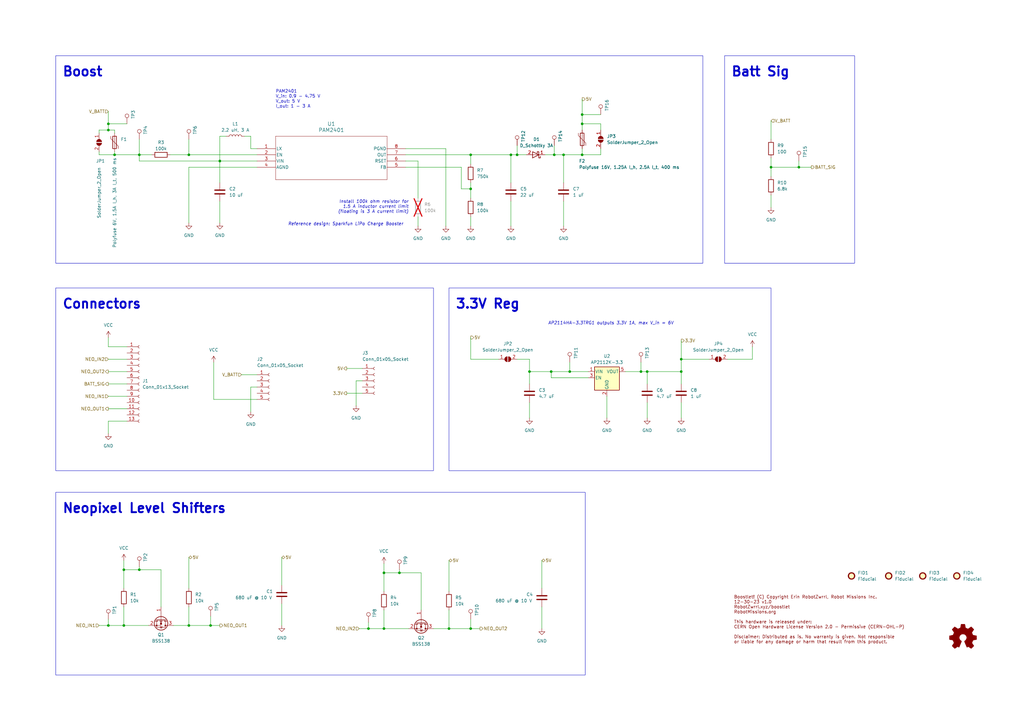
<source format=kicad_sch>
(kicad_sch (version 20230121) (generator eeschema)
  (paper "A3")
  (title_block (title "Boostlet!") (date "12-30-23") (rev "v1.0"))
  (lib_symbols
    (symbol "!EK_Library:PAM2401" (pin_names (offset 0.254))
      (property "Reference" "U" (at 22.86 5.08 0))
      (property "Value" "PAM2401" (at 22.86 2.54 0))
      (symbol "PAM2401_0_1"
        (polyline (pts (xy 0 -17.78) (xy 45.72 -17.78)) (stroke (width 0.127)))
        (polyline (pts (xy 0 0) (xy 0 -17.78)) (stroke (width 0.127)))
        (polyline (pts (xy 45.72 -17.78) (xy 45.72 0)) (stroke (width 0.127)))
        (polyline (pts (xy 45.72 0) (xy 0 0)) (stroke (width 0.127)))
        (pin unspecified line (at -7.62 -5.08 0) (length 7.62) (name "LX") (number "1"))
        (pin unspecified line (at -7.62 -7.62 0) (length 7.62) (name "EN") (number "2"))
        (pin input line (at -7.62 -10.16 0) (length 7.62) (name "VIN") (number "3"))
        (pin power_in line (at -7.62 -12.7 0) (length 7.62) (name "AGND") (number "4"))
        (pin unspecified line (at 53.34 -12.7 180) (length 7.62) (name "FB") (number "5"))
        (pin unspecified line (at 53.34 -10.16 180) (length 7.62) (name "RSET") (number "6"))
        (pin output line (at 53.34 -7.62 180) (length 7.62) (name "OUT") (number "7"))
        (pin power_in line (at 53.34 -5.08 180) (length 7.62) (name "PGND") (number "8"))
      )
    )
    (symbol "Connector:Conn_01x05_Socket" (pin_names (offset 1.016) hide)
      (property "Reference" "J" (at 0 7.62 0))
      (property "Value" "Conn_01x05_Socket" (at 0 -7.62 0))
      (symbol "Conn_01x05_Socket_1_1"
        (arc (start 0 -4.572) (mid -0.5058 -5.08) (end 0 -5.588) (stroke (width 0.1524)))
        (arc (start 0 -2.032) (mid -0.5058 -2.54) (end 0 -3.048) (stroke (width 0.1524)))
        (polyline (pts (xy -1.27 -5.08) (xy -0.508 -5.08)) (stroke (width 0.1524)))
        (polyline (pts (xy -1.27 -2.54) (xy -0.508 -2.54)) (stroke (width 0.1524)))
        (polyline (pts (xy -1.27 0) (xy -0.508 0)) (stroke (width 0.1524)))
        (polyline (pts (xy -1.27 2.54) (xy -0.508 2.54)) (stroke (width 0.1524)))
        (polyline (pts (xy -1.27 5.08) (xy -0.508 5.08)) (stroke (width 0.1524)))
        (arc (start 0 0.508) (mid -0.5058 0) (end 0 -0.508) (stroke (width 0.1524)))
        (arc (start 0 3.048) (mid -0.5058 2.54) (end 0 2.032) (stroke (width 0.1524)))
        (arc (start 0 5.588) (mid -0.5058 5.08) (end 0 4.572) (stroke (width 0.1524)))
        (pin passive line (at -5.08 5.08 0) (length 3.81) (name "Pin_1") (number "1"))
        (pin passive line (at -5.08 2.54 0) (length 3.81) (name "Pin_2") (number "2"))
        (pin passive line (at -5.08 0 0) (length 3.81) (name "Pin_3") (number "3"))
        (pin passive line (at -5.08 -2.54 0) (length 3.81) (name "Pin_4") (number "4"))
        (pin passive line (at -5.08 -5.08 0) (length 3.81) (name "Pin_5") (number "5"))
      )
    )
    (symbol "Connector:Conn_01x13_Socket" (pin_names (offset 1.016) hide)
      (property "Reference" "J" (at 0 17.78 0))
      (property "Value" "Conn_01x13_Socket" (at 0 -17.78 0))
      (symbol "Conn_01x13_Socket_1_1"
        (arc (start 0 -14.732) (mid -0.5058 -15.24) (end 0 -15.748) (stroke (width 0.1524)))
        (arc (start 0 -12.192) (mid -0.5058 -12.7) (end 0 -13.208) (stroke (width 0.1524)))
        (arc (start 0 -9.652) (mid -0.5058 -10.16) (end 0 -10.668) (stroke (width 0.1524)))
        (arc (start 0 -7.112) (mid -0.5058 -7.62) (end 0 -8.128) (stroke (width 0.1524)))
        (arc (start 0 -4.572) (mid -0.5058 -5.08) (end 0 -5.588) (stroke (width 0.1524)))
        (arc (start 0 -2.032) (mid -0.5058 -2.54) (end 0 -3.048) (stroke (width 0.1524)))
        (polyline (pts (xy -1.27 -15.24) (xy -0.508 -15.24)) (stroke (width 0.1524)))
        (polyline (pts (xy -1.27 -12.7) (xy -0.508 -12.7)) (stroke (width 0.1524)))
        (polyline (pts (xy -1.27 -10.16) (xy -0.508 -10.16)) (stroke (width 0.1524)))
        (polyline (pts (xy -1.27 -7.62) (xy -0.508 -7.62)) (stroke (width 0.1524)))
        (polyline (pts (xy -1.27 -5.08) (xy -0.508 -5.08)) (stroke (width 0.1524)))
        (polyline (pts (xy -1.27 -2.54) (xy -0.508 -2.54)) (stroke (width 0.1524)))
        (polyline (pts (xy -1.27 0) (xy -0.508 0)) (stroke (width 0.1524)))
        (polyline (pts (xy -1.27 2.54) (xy -0.508 2.54)) (stroke (width 0.1524)))
        (polyline (pts (xy -1.27 5.08) (xy -0.508 5.08)) (stroke (width 0.1524)))
        (polyline (pts (xy -1.27 7.62) (xy -0.508 7.62)) (stroke (width 0.1524)))
        (polyline (pts (xy -1.27 10.16) (xy -0.508 10.16)) (stroke (width 0.1524)))
        (polyline (pts (xy -1.27 12.7) (xy -0.508 12.7)) (stroke (width 0.1524)))
        (polyline (pts (xy -1.27 15.24) (xy -0.508 15.24)) (stroke (width 0.1524)))
        (arc (start 0 0.508) (mid -0.5058 0) (end 0 -0.508) (stroke (width 0.1524)))
        (arc (start 0 3.048) (mid -0.5058 2.54) (end 0 2.032) (stroke (width 0.1524)))
        (arc (start 0 5.588) (mid -0.5058 5.08) (end 0 4.572) (stroke (width 0.1524)))
        (arc (start 0 8.128) (mid -0.5058 7.62) (end 0 7.112) (stroke (width 0.1524)))
        (arc (start 0 10.668) (mid -0.5058 10.16) (end 0 9.652) (stroke (width 0.1524)))
        (arc (start 0 13.208) (mid -0.5058 12.7) (end 0 12.192) (stroke (width 0.1524)))
        (arc (start 0 15.748) (mid -0.5058 15.24) (end 0 14.732) (stroke (width 0.1524)))
        (pin passive line (at -5.08 15.24 0) (length 3.81) (name "Pin_1") (number "1"))
        (pin passive line (at -5.08 -7.62 0) (length 3.81) (name "Pin_10") (number "10"))
        (pin passive line (at -5.08 -10.16 0) (length 3.81) (name "Pin_11") (number "11"))
        (pin passive line (at -5.08 -12.7 0) (length 3.81) (name "Pin_12") (number "12"))
        (pin passive line (at -5.08 -15.24 0) (length 3.81) (name "Pin_13") (number "13"))
        (pin passive line (at -5.08 12.7 0) (length 3.81) (name "Pin_2") (number "2"))
        (pin passive line (at -5.08 10.16 0) (length 3.81) (name "Pin_3") (number "3"))
        (pin passive line (at -5.08 7.62 0) (length 3.81) (name "Pin_4") (number "4"))
        (pin passive line (at -5.08 5.08 0) (length 3.81) (name "Pin_5") (number "5"))
        (pin passive line (at -5.08 2.54 0) (length 3.81) (name "Pin_6") (number "6"))
        (pin passive line (at -5.08 0 0) (length 3.81) (name "Pin_7") (number "7"))
        (pin passive line (at -5.08 -2.54 0) (length 3.81) (name "Pin_8") (number "8"))
        (pin passive line (at -5.08 -5.08 0) (length 3.81) (name "Pin_9") (number "9"))
      )
    )
    (symbol "Connector:TestPoint" (pin_numbers hide) (pin_names (offset 0.762) hide)
      (property "Reference" "TP" (at 0 6.858 0))
      (property "Value" "TestPoint" (at 0 5.08 0))
      (symbol "TestPoint_0_1"
        (circle (center 0 3.302) (radius 0.762))
      )
      (symbol "TestPoint_1_1"
        (pin passive line (at 0 0 90) (length 2.54) (name "1") (number "1"))
      )
    )
    (symbol "Device:C" (pin_numbers hide) (pin_names (offset 0.254))
      (property "Reference" "C" (at 0.635 2.54 0))
      (property "Value" "C" (at 0.635 -2.54 0))
      (symbol "C_0_1"
        (polyline (pts (xy -2.032 -0.762) (xy 2.032 -0.762)) (stroke (width 0.508)))
        (polyline (pts (xy -2.032 0.762) (xy 2.032 0.762)) (stroke (width 0.508)))
      )
      (symbol "C_1_1"
        (pin passive line (at 0 3.81 270) (length 2.794) (name "~") (number "1"))
        (pin passive line (at 0 -3.81 90) (length 2.794) (name "~") (number "2"))
      )
    )
    (symbol "Device:D_Schottky" (pin_names (offset 1.016) hide)
      (property "Reference" "D" (at 0 2.54 0))
      (property "Value" "D_Schottky" (at 0 -2.54 0))
      (symbol "D_Schottky_0_1"
        (polyline (pts (xy 1.27 0) (xy -1.27 0)))
        (polyline (pts (xy 1.27 1.27) (xy 1.27 -1.27) (xy -1.27 0) (xy 1.27 1.27)) (stroke (width 0.254)))
        (polyline (pts (xy -1.905 0.635) (xy -1.905 1.27) (xy -1.27 1.27) (xy -1.27 -1.27) (xy -0.635 -1.27) (xy -0.635 -0.635)) (stroke (width 0.254)))
      )
      (symbol "D_Schottky_1_1"
        (pin passive line (at -3.81 0 0) (length 2.54) (name "K") (number "1"))
        (pin passive line (at 3.81 0 180) (length 2.54) (name "A") (number "2"))
      )
    )
    (symbol "Device:L" (pin_numbers hide) (pin_names (offset 1.016) hide)
      (property "Reference" "L" (at -1.27 0 90))
      (property "Value" "L" (at 1.905 0 90))
      (symbol "L_0_1"
        (arc (start 0 -2.54) (mid 0.6323 -1.905) (end 0 -1.27))
        (arc (start 0 -1.27) (mid 0.6323 -0.635) (end 0 0))
        (arc (start 0 0) (mid 0.6323 0.635) (end 0 1.27))
        (arc (start 0 1.27) (mid 0.6323 1.905) (end 0 2.54))
      )
      (symbol "L_1_1"
        (pin passive line (at 0 3.81 270) (length 1.27) (name "1") (number "1"))
        (pin passive line (at 0 -3.81 90) (length 1.27) (name "2") (number "2"))
      )
    )
    (symbol "Device:Polyfuse" (pin_numbers hide) (pin_names (offset 0))
      (property "Reference" "F" (at -2.54 0 90))
      (property "Value" "Polyfuse" (at 2.54 0 90))
      (symbol "Polyfuse_0_1"
        (rectangle (start -0.762 2.54) (end 0.762 -2.54) (stroke (width 0.254)))
        (polyline (pts (xy 0 2.54) (xy 0 -2.54)))
        (polyline (pts (xy -1.524 2.54) (xy -1.524 1.524) (xy 1.524 -1.524) (xy 1.524 -2.54)))
      )
      (symbol "Polyfuse_1_1"
        (pin passive line (at 0 3.81 270) (length 1.27) (name "~") (number "1"))
        (pin passive line (at 0 -3.81 90) (length 1.27) (name "~") (number "2"))
      )
    )
    (symbol "Device:R" (pin_numbers hide) (pin_names (offset 0))
      (property "Reference" "R" (at 2.032 0 90))
      (property "Value" "R" (at 0 0 90))
      (symbol "R_0_1"
        (rectangle (start -1.016 -2.54) (end 1.016 2.54) (stroke (width 0.254)))
      )
      (symbol "R_1_1"
        (pin passive line (at 0 3.81 270) (length 1.27) (name "~") (number "1"))
        (pin passive line (at 0 -3.81 90) (length 1.27) (name "~") (number "2"))
      )
    )
    (symbol "Graphic:Logo_Open_Hardware_Small" (in_bom no) (on_board no)
      (symbol "Logo_Open_Hardware_Small_0_1"
        (polyline (pts (xy 3.3528 -4.3434) (xy 3.302 -4.318) (xy 3.175 -4.2418) (xy 2.9972 -4.1148) (xy 2.7686 -3.9624) (xy 2.54 -3.81) (xy 2.3622 -3.7084) (xy 2.2352 -3.6068) (xy 2.1844 -3.5814) (xy 2.159 -3.6068) (xy 2.0574 -3.6576) (xy 1.905 -3.7338) (xy 1.8034 -3.7846) (xy 1.6764 -3.8354) (xy 1.6002 -3.8354) (xy 1.6002 -3.8354) (xy 1.5494 -3.7338) (xy 1.4732 -3.5306) (xy 1.3462 -3.302) (xy 1.2446 -3.0226) (xy 1.1176 -2.7178) (xy 0.9652 -2.413) (xy 0.8636 -2.1082) (xy 0.7366 -1.8288) (xy 0.6604 -1.6256) (xy 0.6096 -1.4732) (xy 0.5842 -1.397) (xy 0.5842 -1.397) (xy 0.6604 -1.3208) (xy 0.7874 -1.2446) (xy 1.0414 -1.016) (xy 1.2954 -0.6858) (xy 1.4478 -0.3302) (xy 1.524 0.0762) (xy 1.4732 0.4572) (xy 1.3208 0.8128) (xy 1.0668 1.143) (xy 0.762 1.3716) (xy 0.4064 1.524) (xy 0 1.5748) (xy -0.381 1.5494) (xy -0.7366 1.397) (xy -1.0668 1.143) (xy -1.2192 0.9906) (xy -1.397 0.6604) (xy -1.524 0.3048) (xy -1.524 0.2286) (xy -1.4986 -0.1778) (xy -1.397 -0.5334) (xy -1.1938 -0.8636) (xy -0.9144 -1.143) (xy -0.8636 -1.1684) (xy -0.7366 -1.27) (xy -0.635 -1.3462) (xy -0.5842 -1.397) (xy -1.0668 -2.5908) (xy -1.143 -2.794) (xy -1.2954 -3.1242) (xy -1.397 -3.4036) (xy -1.4986 -3.6322) (xy -1.5748 -3.7846) (xy -1.6002 -3.8354) (xy -1.6002 -3.8354) (xy -1.651 -3.8354) (xy -1.7272 -3.81) (xy -1.905 -3.7338) (xy -2.0066 -3.683) (xy -2.1336 -3.6068) (xy -2.2098 -3.5814) (xy -2.2606 -3.6068) (xy -2.3622 -3.683) (xy -2.54 -3.81) (xy -2.7686 -3.9624) (xy -2.9718 -4.0894) (xy -3.1496 -4.2164) (xy -3.302 -4.318) (xy -3.3528 -4.3434) (xy -3.3782 -4.3434) (xy -3.429 -4.318) (xy -3.5306 -4.2164) (xy -3.7084 -4.064) (xy -3.937 -3.8354) (xy -3.9624 -3.81) (xy -4.1656 -3.6068) (xy -4.318 -3.4544) (xy -4.4196 -3.3274) (xy -4.445 -3.2766) (xy -4.445 -3.2766) (xy -4.4196 -3.2258) (xy -4.318 -3.0734) (xy -4.2164 -2.8956) (xy -4.064 -2.667) (xy -3.6576 -2.0828) (xy -3.8862 -1.5494) (xy -3.937 -1.3716) (xy -4.0386 -1.1684) (xy -4.0894 -1.0414) (xy -4.1148 -0.9652) (xy -4.191 -0.9398) (xy -4.318 -0.9144) (xy -4.5466 -0.8636) (xy -4.8006 -0.8128) (xy -5.0546 -0.7874) (xy -5.2578 -0.7366) (xy -5.4356 -0.7112) (xy -5.5118 -0.6858) (xy -5.5118 -0.6858) (xy -5.5372 -0.635) (xy -5.5372 -0.5588) (xy -5.5372 -0.4318) (xy -5.5626 -0.2286) (xy -5.5626 0.0762) (xy -5.5626 0.127) (xy -5.5372 0.4064) (xy -5.5372 0.635) (xy -5.5372 0.762) (xy -5.5372 0.8382) (xy -5.5372 0.8382) (xy -5.461 0.8382) (xy -5.3086 0.889) (xy -5.08 0.9144) (xy -4.826 0.9652) (xy -4.8006 0.9906) (xy -4.5466 1.0414) (xy -4.318 1.0668) (xy -4.1656 1.1176) (xy -4.0894 1.143) (xy -4.0894 1.143) (xy -4.0386 1.2446) (xy -3.9624 1.4224) (xy -3.8608 1.6256) (xy -3.7846 1.8288) (xy -3.7084 2.0066) (xy -3.6576 2.159) (xy -3.6322 2.2098) (xy -3.6322 2.2098) (xy -3.683 2.286) (xy -3.7592 2.413) (xy -3.8862 2.5908) (xy -4.064 2.8194) (xy -4.064 2.8448) (xy -4.2164 3.0734) (xy -4.3434 3.2512) (xy -4.4196 3.3782) (xy -4.445 3.4544) (xy -4.445 3.4544) (xy -4.3942 3.5052) (xy -4.2926 3.6322) (xy -4.1148 3.81) (xy -3.937 4.0132) (xy -3.8608 4.064) (xy -3.6576 4.2926) (xy -3.5052 4.4196) (xy -3.4036 4.4958) (xy -3.3528 4.5212) (xy -3.3528 4.5212) (xy -3.302 4.4704) (xy -3.1496 4.3688) (xy -2.9718 4.2418) (xy -2.7432 4.0894) (xy -2.7178 4.0894) (xy -2.4892 3.937) (xy -2.3114 3.81) (xy -2.1844 3.7084) (xy -2.1336 3.683) (xy -2.1082 3.683) (xy -2.032 3.7084) (xy -1.8542 3.7592) (xy -1.6764 3.8354) (xy -1.4732 3.937) (xy -1.27 4.0132) (xy -1.143 4.064) (xy -1.0668 4.1148) (xy -1.0668 4.1148) (xy -1.0414 4.191) (xy -1.016 4.3434) (xy -0.9652 4.572) (xy -0.9144 4.8514) (xy -0.889 4.9022) (xy -0.8382 5.1562) (xy -0.8128 5.3848) (xy -0.7874 5.5372) (xy -0.762 5.588) (xy -0.7112 5.6134) (xy -0.5842 5.6134) (xy -0.4064 5.6134) (xy -0.1524 5.6134) (xy 0.0762 5.6134) (xy 0.3302 5.6134) (xy 0.5334 5.6134) (xy 0.6858 5.588) (xy 0.7366 5.588) (xy 0.7366 5.588) (xy 0.762 5.5118) (xy 0.8128 5.334) (xy 0.8382 5.1054) (xy 0.9144 4.826) (xy 0.9144 4.7752) (xy 0.9652 4.5212) (xy 1.016 4.2926) (xy 1.0414 4.1402) (xy 1.0668 4.0894) (xy 1.0668 4.0894) (xy 1.1938 4.0386) (xy 1.3716 3.9624) (xy 1.5748 3.8608) (xy 2.0828 3.6576) (xy 2.7178 4.0894) (xy 2.7686 4.1402) (xy 2.9972 4.2926) (xy 3.175 4.4196) (xy 3.302 4.4958) (xy 3.3782 4.5212) (xy 3.3782 4.5212) (xy 3.429 4.4704) (xy 3.556 4.3434) (xy 3.7338 4.191) (xy 3.9116 3.9878) (xy 4.064 3.8354) (xy 4.2418 3.6576) (xy 4.3434 3.556) (xy 4.4196 3.4798) (xy 4.4196 3.429) (xy 4.4196 3.4036) (xy 4.3942 3.3274) (xy 4.2926 3.2004) (xy 4.1656 2.9972) (xy 4.0132 2.794) (xy 3.8862 2.5908) (xy 3.7592 2.3876) (xy 3.6576 2.2352) (xy 3.6322 2.159) (xy 3.6322 2.1336) (xy 3.683 2.0066) (xy 3.7592 1.8288) (xy 3.8608 1.6002) (xy 4.064 1.1176) (xy 4.3942 1.0414) (xy 4.5974 1.016) (xy 4.8768 0.9652) (xy 5.1308 0.9144) (xy 5.5372 0.8382) (xy 5.5626 -0.6604) (xy 5.4864 -0.6858) (xy 5.4356 -0.6858) (xy 5.2832 -0.7366) (xy 5.0546 -0.762) (xy 4.8006 -0.8128) (xy 4.5974 -0.8636) (xy 4.3688 -0.9144) (xy 4.2164 -0.9398) (xy 4.1402 -0.9398) (xy 4.1148 -0.9652) (xy 4.064 -1.0668) (xy 3.9878 -1.2446) (xy 3.9116 -1.4478) (xy 3.81 -1.651) (xy 3.7338 -1.8542) (xy 3.683 -2.0066) (xy 3.6576 -2.0828) (xy 3.683 -2.1336) (xy 3.7846 -2.2606) (xy 3.8862 -2.4638) (xy 4.0386 -2.667) (xy 4.191 -2.8956) (xy 4.318 -3.0734) (xy 4.3942 -3.2004) (xy 4.445 -3.2766) (xy 4.4196 -3.3274) (xy 4.3434 -3.429) (xy 4.1656 -3.5814) (xy 3.937 -3.8354) (xy 3.8862 -3.8608) (xy 3.683 -4.064) (xy 3.5306 -4.2164) (xy 3.4036 -4.318) (xy 3.3528 -4.3434)) (fill (type outline)))
      )
    )
    (symbol "Jumper:SolderJumper_2_Open" (pin_names (offset 0) hide)
      (property "Reference" "JP" (at 0 2.032 0))
      (property "Value" "SolderJumper_2_Open" (at 0 -2.54 0))
      (symbol "SolderJumper_2_Open_0_1"
        (arc (start -0.254 1.016) (mid -1.2656 0) (end -0.254 -1.016))
        (arc (start -0.254 1.016) (mid -1.2656 0) (end -0.254 -1.016) (fill (type outline)))
        (polyline (pts (xy -0.254 1.016) (xy -0.254 -1.016)))
        (polyline (pts (xy 0.254 1.016) (xy 0.254 -1.016)))
        (arc (start 0.254 -1.016) (mid 1.2656 0) (end 0.254 1.016))
        (arc (start 0.254 -1.016) (mid 1.2656 0) (end 0.254 1.016) (fill (type outline)))
      )
      (symbol "SolderJumper_2_Open_1_1"
        (pin passive line (at -3.81 0 0) (length 2.54) (name "A") (number "1"))
        (pin passive line (at 3.81 0 180) (length 2.54) (name "B") (number "2"))
      )
    )
    (symbol "Mechanical:Fiducial"
      (property "Reference" "FID" (at 0 5.08 0))
      (property "Value" "Fiducial" (at 0 3.175 0))
      (symbol "Fiducial_0_1"
        (circle (center 0 0) (radius 1.27) (stroke (width 0.508)) (fill (type background)))
      )
    )
    (symbol "Regulator_Linear:AP2112K-3.3" (pin_names (offset 0.254))
      (property "Reference" "U" (at -5.08 5.715 0))
      (property "Value" "AP2112K-3.3" (at 0 5.715 0))
      (symbol "AP2112K-3.3_0_1"
        (rectangle (start -5.08 4.445) (end 5.08 -5.08) (stroke (width 0.254)) (fill (type background)))
      )
      (symbol "AP2112K-3.3_1_1"
        (pin power_in line (at -7.62 2.54 0) (length 2.54) (name "VIN") (number "1"))
        (pin power_in line (at 0 -7.62 90) (length 2.54) (name "GND") (number "2"))
        (pin input line (at -7.62 0 0) (length 2.54) (name "EN") (number "3"))
        (pin no_connect line (at 5.08 0 180) (length 2.54) hide (name "NC") (number "4"))
        (pin power_out line (at 7.62 2.54 180) (length 2.54) (name "VOUT") (number "5"))
      )
    )
    (symbol "Transistor_FET:BSS138" (pin_names hide)
      (property "Reference" "Q" (at 5.08 1.905 0))
      (property "Value" "BSS138" (at 5.08 0 0))
      (symbol "BSS138_0_1"
        (polyline (pts (xy 0.254 0) (xy -2.54 0)))
        (polyline (pts (xy 0.254 1.905) (xy 0.254 -1.905)) (stroke (width 0.254)))
        (polyline (pts (xy 0.762 -1.27) (xy 0.762 -2.286)) (stroke (width 0.254)))
        (polyline (pts (xy 0.762 0.508) (xy 0.762 -0.508)) (stroke (width 0.254)))
        (polyline (pts (xy 0.762 2.286) (xy 0.762 1.27)) (stroke (width 0.254)))
        (polyline (pts (xy 2.54 2.54) (xy 2.54 1.778)))
        (polyline (pts (xy 2.54 -2.54) (xy 2.54 0) (xy 0.762 0)))
        (polyline (pts (xy 0.762 -1.778) (xy 3.302 -1.778) (xy 3.302 1.778) (xy 0.762 1.778)))
        (polyline (pts (xy 1.016 0) (xy 2.032 0.381) (xy 2.032 -0.381) (xy 1.016 0)) (fill (type outline)))
        (polyline (pts (xy 2.794 0.508) (xy 2.921 0.381) (xy 3.683 0.381) (xy 3.81 0.254)))
        (polyline (pts (xy 3.302 0.381) (xy 2.921 -0.254) (xy 3.683 -0.254) (xy 3.302 0.381)))
        (circle (center 1.651 0) (radius 2.794) (stroke (width 0.254)))
        (circle (center 2.54 -1.778) (radius 0.254) (fill (type outline)))
        (circle (center 2.54 1.778) (radius 0.254) (fill (type outline)))
      )
      (symbol "BSS138_1_1"
        (pin input line (at -5.08 0 0) (length 2.54) (name "G") (number "1"))
        (pin passive line (at 2.54 -5.08 90) (length 2.54) (name "S") (number "2"))
        (pin passive line (at 2.54 5.08 270) (length 2.54) (name "D") (number "3"))
      )
    )
    (symbol "power:GND" (power) (pin_names (offset 0))
      (property "Value" "GND" (at 0 -3.81 0))
      (symbol "GND_0_1"
        (polyline (pts (xy 0 0) (xy 0 -1.27) (xy 1.27 -1.27) (xy 0 -2.54) (xy -1.27 -1.27) (xy 0 -1.27)))
      )
      (symbol "GND_1_1"
        (pin power_in line (at 0 0 270) (length 0) hide (name "GND") (number "1"))
      )
    )
    (symbol "power:VCC" (power) (pin_names (offset 0))
      (property "Value" "VCC" (at 0 3.81 0))
      (symbol "VCC_0_1"
        (polyline (pts (xy -0.762 1.27) (xy 0 2.54)))
        (polyline (pts (xy 0 0) (xy 0 2.54)))
        (polyline (pts (xy 0 2.54) (xy 0.762 1.27)))
      )
      (symbol "VCC_1_1"
        (pin power_in line (at 0 0 90) (length 0) hide (name "VCC") (number "1"))
      )
    )
  )
  (junction (at 77.47 256.54))
  (junction (at 50.8 256.54))
  (junction (at 193.04 77.47))
  (junction (at 233.68 152.4))
  (junction (at 90.17 66.04))
  (junction (at 57.15 63.5))
  (junction (at 279.4 152.4))
  (junction (at 193.04 63.5))
  (junction (at 184.15 257.81))
  (junction (at 227.33 63.5))
  (junction (at 238.76 46.99))
  (junction (at 157.48 234.95))
  (junction (at 327.66 68.58))
  (junction (at 50.8 233.68))
  (junction (at 77.47 63.5))
  (junction (at 262.89 152.4))
  (junction (at 151.13 257.81))
  (junction (at 231.14 63.5))
  (junction (at 46.99 63.5))
  (junction (at 238.76 63.5))
  (junction (at 209.55 63.5))
  (junction (at 44.45 53.34))
  (junction (at 57.15 233.68))
  (junction (at 226.06 152.4))
  (junction (at 238.76 50.8))
  (junction (at 212.09 63.5))
  (junction (at 44.45 50.8))
  (junction (at 157.48 257.81))
  (junction (at 217.17 152.4))
  (junction (at 163.83 234.95))
  (junction (at 44.45 256.54))
  (junction (at 279.4 147.32))
  (junction (at 316.23 68.58))
  (junction (at 86.36 256.54))
  (junction (at 265.43 152.4))
  (junction (at 193.04 257.81))
  (wire (pts (xy 40.64 256.54) (xy 44.45 256.54)))
  (wire (pts (xy 262.89 148.59) (xy 262.89 152.4)))
  (wire (pts (xy 77.47 57.15) (xy 77.47 63.5)))
  (wire (pts (xy 217.17 147.32) (xy 217.17 152.4)))
  (wire (pts (xy 50.8 233.68) (xy 50.8 241.3)))
  (wire (pts (xy 248.92 162.56) (xy 248.92 171.45)))
  (wire (pts (xy 157.48 234.95) (xy 163.83 234.95)))
  (wire (pts (xy 166.37 60.96) (xy 182.88 60.96)))
  (wire (pts (xy 231.14 82.55) (xy 231.14 92.71)))
  (wire (pts (xy 66.04 233.68) (xy 66.04 248.92)))
  (wire (pts (xy 57.15 57.15) (xy 57.15 63.5)))
  (wire (pts (xy 265.43 152.4) (xy 265.43 157.48)))
  (wire (pts (xy 87.63 163.83) (xy 105.41 163.83)))
  (wire (pts (xy 231.14 63.5) (xy 238.76 63.5)))
  (wire (pts (xy 71.12 256.54) (xy 77.47 256.54)))
  (wire (pts (xy 102.87 158.75) (xy 105.41 158.75)))
  (wire (pts (xy 44.45 172.72) (xy 52.07 172.72)))
  (wire (pts (xy 227.33 59.69) (xy 227.33 63.5)))
  (wire (pts (xy 238.76 40.64) (xy 238.76 46.99)))
  (wire (pts (xy 262.89 152.4) (xy 265.43 152.4)))
  (wire (pts (xy 44.45 162.56) (xy 52.07 162.56)))
  (wire (pts (xy 163.83 233.68) (xy 163.83 234.95)))
  (wire (pts (xy 193.04 74.93) (xy 193.04 77.47)))
  (wire (pts (xy 77.47 228.6) (xy 77.47 241.3)))
  (wire (pts (xy 163.83 234.95) (xy 172.72 234.95)))
  (wire (pts (xy 222.25 248.92) (xy 222.25 257.81)))
  (wire (pts (xy 166.37 63.5) (xy 193.04 63.5)))
  (wire (pts (xy 146.05 156.21) (xy 146.05 166.37)))
  (wire (pts (xy 316.23 64.77) (xy 316.23 68.58)))
  (wire (pts (xy 246.38 63.5) (xy 238.76 63.5)))
  (wire (pts (xy 50.8 229.87) (xy 50.8 233.68)))
  (wire (pts (xy 238.76 46.99) (xy 246.38 46.99)))
  (wire (pts (xy 233.68 148.59) (xy 233.68 152.4)))
  (wire (pts (xy 77.47 68.58) (xy 77.47 91.44)))
  (wire (pts (xy 157.48 234.95) (xy 157.48 242.57)))
  (wire (pts (xy 142.24 151.13) (xy 148.59 151.13)))
  (wire (pts (xy 316.23 68.58) (xy 316.23 72.39)))
  (wire (pts (xy 151.13 257.81) (xy 157.48 257.81)))
  (wire (pts (xy 238.76 46.99) (xy 238.76 50.8)))
  (wire (pts (xy 46.99 62.23) (xy 46.99 63.5)))
  (wire (pts (xy 44.45 157.48) (xy 52.07 157.48)))
  (wire (pts (xy 40.64 62.23) (xy 40.64 63.5)))
  (wire (pts (xy 217.17 165.1) (xy 217.17 171.45)))
  (wire (pts (xy 265.43 165.1) (xy 265.43 171.45)))
  (wire (pts (xy 115.57 228.6) (xy 115.57 240.03)))
  (wire (pts (xy 193.04 77.47) (xy 193.04 81.28)))
  (wire (pts (xy 226.06 154.94) (xy 226.06 152.4)))
  (wire (pts (xy 279.4 147.32) (xy 290.83 147.32)))
  (wire (pts (xy 316.23 80.01) (xy 316.23 85.09)))
  (wire (pts (xy 238.76 50.8) (xy 246.38 50.8)))
  (wire (pts (xy 147.32 257.81) (xy 151.13 257.81)))
  (wire (pts (xy 57.15 66.04) (xy 57.15 63.5)))
  (wire (pts (xy 316.23 68.58) (xy 327.66 68.58)))
  (wire (pts (xy 327.66 66.04) (xy 327.66 68.58)))
  (wire (pts (xy 44.45 152.4) (xy 52.07 152.4)))
  (wire (pts (xy 238.76 63.5) (xy 238.76 60.96)))
  (wire (pts (xy 44.45 50.8) (xy 52.07 50.8)))
  (wire (pts (xy 241.3 152.4) (xy 233.68 152.4)))
  (wire (pts (xy 209.55 82.55) (xy 209.55 92.71)))
  (wire (pts (xy 44.45 256.54) (xy 50.8 256.54)))
  (wire (pts (xy 77.47 63.5) (xy 105.41 63.5)))
  (wire (pts (xy 57.15 66.04) (xy 90.17 66.04)))
  (wire (pts (xy 57.15 63.5) (xy 62.23 63.5)))
  (wire (pts (xy 44.45 167.64) (xy 52.07 167.64)))
  (wire (pts (xy 102.87 60.96) (xy 102.87 55.88)))
  (wire (pts (xy 157.48 231.14) (xy 157.48 234.95)))
  (wire (pts (xy 279.4 152.4) (xy 279.4 157.48)))
  (wire (pts (xy 46.99 53.34) (xy 44.45 53.34)))
  (wire (pts (xy 212.09 59.69) (xy 212.09 63.5)))
  (wire (pts (xy 193.04 63.5) (xy 209.55 63.5)))
  (wire (pts (xy 209.55 63.5) (xy 209.55 74.93)))
  (wire (pts (xy 50.8 256.54) (xy 60.96 256.54)))
  (wire (pts (xy 69.85 63.5) (xy 77.47 63.5)))
  (wire (pts (xy 115.57 247.65) (xy 115.57 256.54)))
  (wire (pts (xy 50.8 248.92) (xy 50.8 256.54)))
  (wire (pts (xy 44.45 172.72) (xy 44.45 177.8)))
  (wire (pts (xy 86.36 252.73) (xy 86.36 256.54)))
  (wire (pts (xy 217.17 152.4) (xy 217.17 157.48)))
  (wire (pts (xy 44.45 45.72) (xy 44.45 50.8)))
  (wire (pts (xy 77.47 68.58) (xy 105.41 68.58)))
  (wire (pts (xy 184.15 257.81) (xy 184.15 250.19)))
  (wire (pts (xy 157.48 257.81) (xy 167.64 257.81)))
  (wire (pts (xy 316.23 49.53) (xy 316.23 57.15)))
  (wire (pts (xy 212.09 147.32) (xy 217.17 147.32)))
  (wire (pts (xy 102.87 158.75) (xy 102.87 168.91)))
  (wire (pts (xy 227.33 63.5) (xy 231.14 63.5)))
  (wire (pts (xy 166.37 66.04) (xy 171.45 66.04)))
  (wire (pts (xy 166.37 68.58) (xy 189.23 68.58)))
  (wire (pts (xy 193.04 77.47) (xy 189.23 77.47)))
  (wire (pts (xy 184.15 257.81) (xy 193.04 257.81)))
  (wire (pts (xy 223.52 63.5) (xy 227.33 63.5)))
  (wire (pts (xy 222.25 229.87) (xy 222.25 241.3)))
  (wire (pts (xy 57.15 232.41) (xy 57.15 233.68)))
  (wire (pts (xy 50.8 233.68) (xy 57.15 233.68)))
  (wire (pts (xy 308.61 142.24) (xy 308.61 147.32)))
  (wire (pts (xy 77.47 256.54) (xy 77.47 248.92)))
  (wire (pts (xy 87.63 163.83) (xy 87.63 148.59)))
  (wire (pts (xy 193.04 257.81) (xy 196.85 257.81)))
  (wire (pts (xy 193.04 147.32) (xy 193.04 138.43)))
  (wire (pts (xy 100.33 55.88) (xy 102.87 55.88)))
  (wire (pts (xy 189.23 77.47) (xy 189.23 68.58)))
  (wire (pts (xy 90.17 66.04) (xy 90.17 74.93)))
  (wire (pts (xy 157.48 250.19) (xy 157.48 257.81)))
  (wire (pts (xy 193.04 88.9) (xy 193.04 92.71)))
  (wire (pts (xy 99.06 153.67) (xy 105.41 153.67)))
  (wire (pts (xy 231.14 74.93) (xy 231.14 63.5)))
  (wire (pts (xy 90.17 55.88) (xy 90.17 66.04)))
  (wire (pts (xy 177.8 257.81) (xy 184.15 257.81)))
  (wire (pts (xy 279.4 147.32) (xy 279.4 152.4)))
  (wire (pts (xy 182.88 60.96) (xy 182.88 92.71)))
  (wire (pts (xy 44.45 142.24) (xy 44.45 138.43)))
  (wire (pts (xy 90.17 82.55) (xy 90.17 91.44)))
  (wire (pts (xy 327.66 68.58) (xy 332.74 68.58)))
  (wire (pts (xy 77.47 256.54) (xy 86.36 256.54)))
  (wire (pts (xy 40.64 53.34) (xy 44.45 53.34)))
  (wire (pts (xy 90.17 66.04) (xy 105.41 66.04)))
  (wire (pts (xy 184.15 229.87) (xy 184.15 242.57)))
  (wire (pts (xy 142.24 161.29) (xy 148.59 161.29)))
  (wire (pts (xy 226.06 152.4) (xy 233.68 152.4)))
  (wire (pts (xy 46.99 54.61) (xy 46.99 53.34)))
  (wire (pts (xy 256.54 152.4) (xy 262.89 152.4)))
  (wire (pts (xy 146.05 156.21) (xy 148.59 156.21)))
  (wire (pts (xy 57.15 233.68) (xy 66.04 233.68)))
  (wire (pts (xy 171.45 88.9) (xy 171.45 92.71)))
  (wire (pts (xy 172.72 234.95) (xy 172.72 250.19)))
  (wire (pts (xy 44.45 254) (xy 44.45 256.54)))
  (wire (pts (xy 151.13 255.27) (xy 151.13 257.81)))
  (wire (pts (xy 44.45 147.32) (xy 52.07 147.32)))
  (wire (pts (xy 217.17 152.4) (xy 226.06 152.4)))
  (wire (pts (xy 204.47 147.32) (xy 193.04 147.32)))
  (wire (pts (xy 44.45 50.8) (xy 44.45 53.34)))
  (wire (pts (xy 209.55 63.5) (xy 212.09 63.5)))
  (wire (pts (xy 52.07 142.24) (xy 44.45 142.24)))
  (wire (pts (xy 238.76 50.8) (xy 238.76 53.34)))
  (wire (pts (xy 246.38 50.8) (xy 246.38 53.34)))
  (wire (pts (xy 265.43 152.4) (xy 279.4 152.4)))
  (wire (pts (xy 46.99 63.5) (xy 57.15 63.5)))
  (wire (pts (xy 193.04 63.5) (xy 193.04 67.31)))
  (wire (pts (xy 246.38 60.96) (xy 246.38 63.5)))
  (wire (pts (xy 298.45 147.32) (xy 308.61 147.32)))
  (wire (pts (xy 241.3 154.94) (xy 226.06 154.94)))
  (wire (pts (xy 212.09 63.5) (xy 215.9 63.5)))
  (wire (pts (xy 105.41 60.96) (xy 102.87 60.96)))
  (wire (pts (xy 279.4 139.7) (xy 279.4 147.32)))
  (wire (pts (xy 40.64 63.5) (xy 46.99 63.5)))
  (wire (pts (xy 92.71 55.88) (xy 90.17 55.88)))
  (wire (pts (xy 171.45 66.04) (xy 171.45 81.28)))
  (wire (pts (xy 40.64 53.34) (xy 40.64 54.61)))
  (wire (pts (xy 279.4 165.1) (xy 279.4 171.45)))
  (wire (pts (xy 193.04 254) (xy 193.04 257.81)))
  (wire (pts (xy 86.36 256.54) (xy 90.17 256.54)))
  (rectangle (start 22.86 22.86) (end 288.29 107.95))
  (rectangle (start 22.86 201.93) (end 240.03 276.86))
  (rectangle (start 22.86 118.11) (end 177.8 193.04))
  (rectangle (start 184.15 118.11) (end 316.23 193.04))
  (rectangle (start 297.18 22.86) (end 350.52 107.95))
  (text "3.3V Reg" (at 186.69 127 0) (effects (font (size 3.81 3.81) (thickness 0.762) bold) (justify left bottom)))
  (text "Reference design: Sparkfun LiPo Charge Booster" (at 118.11 92.71 0) (effects (font (size 1.27 1.27) italic) (justify left bottom)))
  (text "Boostlet! (C) Copyright Erin RobotZwrrl, Robot Missions Inc.\n12-30-23 v1.0\nRobotZwrrl.xyz/boostlet\nRobotMissions.org\n\nThis hardware is released under:\nCERN Open Hardware License Version 2.0 - Permissive (CERN-OHL-P)\n\nDisclaimer: Distributed as is. No warranty is given. Not responsible \nor liable for any damage or harm that result from this product." (at 300.99 264.16 0) (effects (font (size 1.27 1.27)) (justify left bottom)))
  (text "AP2114HA-3.3TRG1 outputs 3.3V 1A, max V_in = 6V" (at 224.79 133.35 0) (effects (font (size 1.27 1.27) italic) (justify left bottom)))
  (text "Boost" (at 25.4 31.75 0) (effects (font (size 3.81 3.81) (thickness 0.762) bold) (justify left bottom)))
  (text "Neopixel Level Shifters" (at 25.4 210.82 0) (effects (font (size 3.81 3.81) (thickness 0.762) bold) (justify left bottom)))
  (text "Connectors" (at 25.4 127 0) (effects (font (size 3.81 3.81) (thickness 0.762) bold) (justify left bottom)))
  (text "Install 100k ohm resistor for\n1.5 A inductor current limit\n(floating is 3 A current limit)" (at 167.64 87.63 0) (effects (font (size 1.27 1.27) italic) (justify right bottom)))
  (text "PAM2401\nV_in: 0.9 - 4.75 V\nV_out: 5 V\nI_out: 1 - 3 A" (at 113.03 44.45 0) (effects (font (size 1.27 1.27)) (justify left bottom)))
  (text "Batt Sig" (at 299.72 31.75 0) (effects (font (size 3.81 3.81) (thickness 0.762) bold) (justify left bottom)))
  (hierarchical_label "NEO_IN1" (shape input) (at 44.45 162.56 180))
  (hierarchical_label "V_BATT" (shape input) (at 44.45 45.72 180))
  (hierarchical_label "5V" (shape output) (at 238.76 40.64 0))
  (hierarchical_label "5V" (shape bidirectional) (at 77.47 228.6 0))
  (hierarchical_label "BATT_SIG" (shape output) (at 44.45 157.48 180))
  (hierarchical_label "V_BATT" (shape input) (at 316.23 49.53 0))
  (hierarchical_label "NEO_OUT2" (shape output) (at 44.45 152.4 180))
  (hierarchical_label "NEO_IN2" (shape input) (at 44.45 147.32 180))
  (hierarchical_label "V_BATT" (shape input) (at 99.06 153.67 180))
  (hierarchical_label "BATT_SIG" (shape output) (at 332.74 68.58 0))
  (hierarchical_label "5V" (shape output) (at 142.24 151.13 180))
  (hierarchical_label "NEO_OUT1" (shape output) (at 90.17 256.54 0))
  (hierarchical_label "NEO_IN1" (shape input) (at 40.64 256.54 180))
  (hierarchical_label "3.3V" (shape output) (at 279.4 139.7 0))
  (hierarchical_label "NEO_IN2" (shape input) (at 147.32 257.81 180))
  (hierarchical_label "5V" (shape bidirectional) (at 184.15 229.87 0))
  (hierarchical_label "5V" (shape bidirectional) (at 115.57 228.6 0))
  (hierarchical_label "5V" (shape bidirectional) (at 222.25 229.87 0))
  (hierarchical_label "NEO_OUT1" (shape output) (at 44.45 167.64 180))
  (hierarchical_label "3.3V" (shape output) (at 142.24 161.29 180))
  (hierarchical_label "5V" (shape output) (at 193.04 138.43 0))
  (hierarchical_label "NEO_OUT2" (shape output) (at 196.85 257.81 0))
  (symbol (lib_id "Connector:TestPoint") (at 233.68 148.59 0) (unit 1)
    (property "Reference" "TP11" (at 236.22 144.78 90))
    (property "Value" "TestPoint" (effects hide))
    (property "Footprint" "TestPoint:TestPoint_Pad_D1.5mm" (effects hide))
  )
  (symbol (lib_id "Connector:TestPoint") (at 227.33 59.69 0) (unit 1)
    (property "Reference" "TP14" (at 229.87 55.88 90))
    (property "Value" "TestPoint" (effects hide))
    (property "Footprint" "TestPoint:TestPoint_Pad_D1.5mm" (effects hide))
  )
  (symbol (lib_id "Jumper:SolderJumper_2_Open") (at 208.28 147.32 0) (unit 1)
    (property "Reference" "JP2" (at 208.28 140.97 0))
    (property "Value" "SolderJumper_2_Open" (at 208.28 143.51 0))
    (property "Footprint" "Jumper:SolderJumper-2_P1.3mm_Open_RoundedPad1.0x1.5mm" (effects hide))
  )
  (symbol (lib_id "Device:R") (at 184.15 246.38 0) (unit 1)
    (property "Reference" "R5" (at 186.69 245.11 0) (effects (justify left)))
    (property "Value" "10k" (at 186.69 247.65 0) (effects (justify left)))
    (property "Footprint" "Resistor_SMD:R_1206_3216Metric_Pad1.30x1.75mm_HandSolder" (effects hide))
    (property "Digikey" "RMCF1206FT10K0CT-ND" (effects hide))
  )
  (symbol (lib_id "Device:Polyfuse") (at 238.76 57.15 180) (unit 1)
    (property "Reference" "F2" (at 237.49 66.04 0) (effects (justify right)))
    (property "Value" "Polyfuse 16V, 1.25A I_h, 2.5A I_t, 400 ms" (at 237.49 68.58 0) (effects (justify right)))
    (property "Footprint" "Fuse:Fuse_1812_4532Metric_Pad1.30x3.40mm_HandSolder" (effects hide))
    (property "Digikey" "MINISMDC150F-2CT-ND" (effects hide))
    (property "Digikey2" "F4160CT-ND" (effects hide))
  )
  (symbol (lib_id "Device:C") (at 231.14 78.74 0) (unit 1)
    (property "Reference" "C7" (at 234.95 77.47 0) (effects (justify left)))
    (property "Value" "1 uF" (at 234.95 80.01 0) (effects (justify left)))
    (property "Footprint" "Capacitor_SMD:C_1206_3216Metric_Pad1.33x1.80mm_HandSolder" (effects hide))
    (property "Digikey" "1276-3091-1-ND" (effects hide))
  )
  (symbol (lib_id "Device:D_Schottky") (at 219.71 63.5 180) (unit 1)
    (property "Reference" "D1" (at 220.0275 57.15 0))
    (property "Value" "D_Schottky 3A" (at 220.0275 59.69 0))
    (property "Footprint" "Diode_SMD:D_SOD-123" (effects hide))
    (property "Digikey" "1727-7481-1-ND" (effects hide))
    (property "Digikey2" "3757-SBA340AL_R1_00001CT-ND" (effects hide))
  )
  (symbol (lib_id "power:GND") (at 44.45 177.8 0) (unit 1)
    (property "Reference" "#PWR02" (effects hide))
    (property "Value" "GND" (at 44.45 182.88 0))
  )
  (symbol (lib_id "Connector:Conn_01x05_Socket") (at 153.67 156.21 0) (unit 1)
    (property "Reference" "J3" (at 148.59 144.78 0) (effects (justify left)))
    (property "Value" "Conn_01x05_Socket" (at 148.59 147.32 0) (effects (justify left)))
    (property "Footprint" "!EK_Library:Castellated_1x05_P2.54mm" (effects hide))
  )
  (symbol (lib_id "Connector:Conn_01x13_Socket") (at 57.15 157.48 0) (unit 1)
    (property "Reference" "J1" (at 58.42 156.21 0) (effects (justify left)))
    (property "Value" "Conn_01x13_Socket" (at 58.42 158.75 0) (effects (justify left)))
    (property "Footprint" "!EK_Library:Castellated_1x13_P2.54mm" (effects hide))
  )
  (symbol (lib_id "power:GND") (at 248.92 171.45 0) (unit 1)
    (property "Reference" "#PWR016" (effects hide))
    (property "Value" "GND" (at 248.92 176.53 0))
  )
  (symbol (lib_id "Device:R") (at 193.04 71.12 0) (unit 1)
    (property "Reference" "R7" (at 195.58 69.85 0) (effects (justify left)))
    (property "Value" "750k" (at 195.58 72.39 0) (effects (justify left)))
    (property "Footprint" "Resistor_SMD:R_1206_3216Metric_Pad1.30x1.75mm_HandSolder" (effects hide))
    (property "Digikey" "311-750KFRCT-ND" (effects hide))
  )
  (symbol (lib_id "Transistor_FET:BSS138") (at 66.04 254 270) (unit 1)
    (property "Reference" "Q1" (at 66.04 260.35 90))
    (property "Value" "BSS138" (at 66.04 262.89 90))
    (property "Footprint" "Package_TO_SOT_SMD:SOT-23" (effects hide))
    (property "Datasheet" "https://www.onsemi.com/pub/Collateral/BSS138-D.PDF" (effects hide))
    (property "Digikey" "4530-BSS138CT-ND" (effects hide))
  )
  (symbol (lib_id "Connector:TestPoint") (at 86.36 252.73 0) (unit 1)
    (property "Reference" "TP5" (at 88.9 248.92 90))
    (property "Value" "TestPoint" (effects hide))
    (property "Footprint" "TestPoint:TestPoint_Pad_D1.5mm" (effects hide))
  )
  (symbol (lib_id "Device:R") (at 316.23 60.96 0) (unit 1)
    (property "Reference" "R9" (at 318.77 59.69 0) (effects (justify left)))
    (property "Value" "100" (at 318.77 62.23 0) (effects (justify left)))
    (property "Footprint" "Resistor_SMD:R_1206_3216Metric_Pad1.30x1.75mm_HandSolder" (effects hide))
    (property "Digikey" "RMCF1206FG100RCT-ND" (effects hide))
  )
  (symbol (lib_id "Device:C") (at 217.17 161.29 0) (unit 1)
    (property "Reference" "C3" (at 220.98 160.02 0) (effects (justify left)))
    (property "Value" "4.7 uF" (at 220.98 162.56 0) (effects (justify left)))
    (property "Footprint" "Capacitor_SMD:C_1206_3216Metric_Pad1.33x1.80mm_HandSolder" (effects hide))
    (property "Digikey" "1276-3181-1-ND" (effects hide))
  )
  (symbol (lib_id "Connector:TestPoint") (at 44.45 254 0) (unit 1)
    (property "Reference" "TP1" (at 46.99 250.19 90))
    (property "Value" "TestPoint" (effects hide))
    (property "Footprint" "TestPoint:TestPoint_Pad_D1.5mm" (effects hide))
  )
  (symbol (lib_id "Device:R") (at 50.8 245.11 0) (unit 1)
    (property "Reference" "R1" (at 53.34 243.84 0) (effects (justify left)))
    (property "Value" "10k" (at 53.34 246.38 0) (effects (justify left)))
    (property "Footprint" "Resistor_SMD:R_1206_3216Metric_Pad1.30x1.75mm_HandSolder" (effects hide))
    (property "Digikey" "RMCF1206FT10K0CT-ND" (effects hide))
  )
  (symbol (lib_id "Connector:TestPoint") (at 246.38 46.99 0) (unit 1)
    (property "Reference" "TP16" (at 248.92 43.18 90))
    (property "Value" "TestPoint" (effects hide))
    (property "Footprint" "TestPoint:TestPoint_Pad_D1.5mm" (effects hide))
  )
  (symbol (lib_id "power:VCC") (at 157.48 231.14 0) (unit 1)
    (property "Reference" "#PWR010" (effects hide))
    (property "Value" "VCC" (at 157.48 226.06 0))
  )
  (symbol (lib_id "Mechanical:Fiducial") (at 392.43 236.22 0) (unit 1)
    (property "Reference" "FID4" (at 394.97 234.95 0) (effects (justify left)))
    (property "Value" "Fiducial" (at 394.97 237.49 0) (effects (justify left)))
    (property "Footprint" "Fiducial:Fiducial_1mm_Mask2mm" (effects hide))
  )
  (symbol (lib_id "Connector:Conn_01x05_Socket") (at 110.49 158.75 0) (unit 1)
    (property "Reference" "J2" (at 105.41 147.32 0) (effects (justify left)))
    (property "Value" "Conn_01x05_Socket" (at 105.41 149.86 0) (effects (justify left)))
    (property "Footprint" "!EK_Library:Castellated_1x05_P2.54mm" (effects hide))
  )
  (symbol (lib_id "Device:C") (at 90.17 78.74 0) (unit 1)
    (property "Reference" "C2" (at 93.98 77.47 0) (effects (justify left)))
    (property "Value" "10 uF" (at 93.98 80.01 0) (effects (justify left)))
    (property "Footprint" "Capacitor_SMD:C_1206_3216Metric_Pad1.33x1.80mm_HandSolder" (effects hide))
    (property "Digikey" "1276-1075-1-ND" (effects hide))
  )
  (symbol (lib_id "Jumper:SolderJumper_2_Open") (at 246.38 57.15 270) (unit 1)
    (property "Reference" "JP3" (at 248.92 55.88 90) (effects (justify left)))
    (property "Value" "SolderJumper_2_Open" (at 248.92 58.42 90) (effects (justify left)))
    (property "Footprint" "Jumper:SolderJumper-2_P1.3mm_Open_RoundedPad1.0x1.5mm" (effects hide))
  )
  (symbol (lib_id "Regulator_Linear:AP2112K-3.3") (at 248.92 154.94 0) (unit 1)
    (property "Reference" "U2" (at 248.92 146.05 0))
    (property "Value" "AP2112K-3.3" (at 248.92 148.59 0))
    (property "Footprint" "Package_TO_SOT_SMD:SOT-23-5" (effects hide))
    (property "Datasheet" "https://www.diodes.com/assets/Datasheets/AP2112.pdf" (effects hide))
    (property "Digikey" "AP2112K-3.3TRG1DICT-ND" (effects hide))
  )
  (symbol (lib_id "power:GND") (at 222.25 257.81 0) (unit 1)
    (property "Reference" "#PWR013" (effects hide))
    (property "Value" "GND" (at 222.25 262.89 0))
  )
  (symbol (lib_id "power:GND") (at 265.43 171.45 0) (unit 1)
    (property "Reference" "#PWR018" (effects hide))
    (property "Value" "GND" (at 265.43 176.53 0))
  )
  (symbol (lib_id "power:GND") (at 171.45 92.71 0) (unit 1)
    (property "Reference" "#PWR011" (effects hide))
    (property "Value" "GND" (at 171.45 97.79 0))
  )
  (symbol (lib_id "Connector:TestPoint") (at 327.66 66.04 0) (unit 1)
    (property "Reference" "TP15" (at 330.2 62.23 90))
    (property "Value" "TestPoint" (effects hide))
    (property "Footprint" "TestPoint:TestPoint_Pad_D1.5mm" (effects hide))
  )
  (symbol (lib_id "power:VCC") (at 308.61 142.24 0) (unit 1)
    (property "Reference" "#PWR022" (effects hide))
    (property "Value" "VCC" (at 308.61 137.16 0))
  )
  (symbol (lib_id "Connector:TestPoint") (at 262.89 148.59 0) (unit 1)
    (property "Reference" "TP13" (at 265.43 144.78 90))
    (property "Value" "TestPoint" (effects hide))
    (property "Footprint" "TestPoint:TestPoint_Pad_D1.5mm" (effects hide))
  )
  (symbol (lib_id "Connector:TestPoint") (at 212.09 59.69 0) (unit 1)
    (property "Reference" "TP12" (at 214.63 55.88 90))
    (property "Value" "TestPoint" (effects hide))
    (property "Footprint" "TestPoint:TestPoint_Pad_D1.5mm" (effects hide))
  )
  (symbol (lib_id "Connector:TestPoint") (at 77.47 57.15 0) (unit 1)
    (property "Reference" "TP6" (at 80.01 53.34 90))
    (property "Value" "TestPoint" (effects hide))
    (property "Footprint" "TestPoint:TestPoint_Pad_D1.5mm" (effects hide))
  )
  (symbol (lib_id "Device:L") (at 96.52 55.88 90) (unit 1)
    (property "Reference" "L1" (at 96.52 50.8 90))
    (property "Value" "2.2 uH, 3 A" (at 96.52 53.34 90))
    (property "Footprint" "!EK_Library:INDUCTOR_IND_IFSC_1515AH_VIS-M" (effects hide))
    (property "Digikey" "541-1404-1-ND" (effects hide))
  )
  (symbol (lib_id "power:GND") (at 316.23 85.09 0) (unit 1)
    (property "Reference" "#PWR019" (effects hide))
    (property "Value" "GND" (at 316.23 90.17 0))
  )
  (symbol (lib_id "power:GND") (at 231.14 92.71 0) (unit 1)
    (property "Reference" "#PWR020" (effects hide))
    (property "Value" "GND" (at 231.14 97.79 0))
  )
  (symbol (lib_id "power:GND") (at 146.05 166.37 0) (unit 1)
    (property "Reference" "#PWR09" (effects hide))
    (property "Value" "GND" (at 146.05 171.45 0))
  )
  (symbol (lib_id "power:GND") (at 102.87 168.91 0) (unit 1)
    (property "Reference" "#PWR05" (effects hide))
    (property "Value" "GND" (at 102.87 173.99 0))
  )
  (symbol (lib_id "Device:Polyfuse") (at 46.99 58.42 180) (unit 1)
    (property "Reference" "F1" (at 49.53 57.15 0) (effects (justify right)))
    (property "Value" "Polyfuse 6V, 1.5A I_h, 3A I_t, 500 ms" (at 46.99 101.6 90) (effects (justify right)))
    (property "Footprint" "Fuse:Fuse_1812_4532Metric_Pad1.30x3.40mm_HandSolder" (effects hide))
    (property "Digikey" "MINISMDC150F-2CT-ND" (effects hide))
    (property "Digikey2" "F4160CT-ND" (effects hide))
  )
  (symbol (lib_id "power:GND") (at 279.4 171.45 0) (unit 1)
    (property "Reference" "#PWR021" (effects hide))
    (property "Value" "GND" (at 279.4 176.53 0))
  )
  (symbol (lib_id "power:GND") (at 90.17 91.44 0) (unit 1)
    (property "Reference" "#PWR08" (effects hide))
    (property "Value" "GND" (at 90.17 96.52 0))
  )
  (symbol (lib_id "Device:C") (at 265.43 161.29 0) (unit 1)
    (property "Reference" "C6" (at 269.24 160.02 0) (effects (justify left)))
    (property "Value" "4.7 uF" (at 269.24 162.56 0) (effects (justify left)))
    (property "Footprint" "Capacitor_SMD:C_1206_3216Metric_Pad1.33x1.80mm_HandSolder" (effects hide))
    (property "Digikey" "1276-3181-1-ND" (effects hide))
  )
  (symbol (lib_id "Device:R") (at 157.48 246.38 0) (unit 1)
    (property "Reference" "R4" (at 160.02 245.11 0) (effects (justify left)))
    (property "Value" "10k" (at 160.02 247.65 0) (effects (justify left)))
    (property "Footprint" "Resistor_SMD:R_1206_3216Metric_Pad1.30x1.75mm_HandSolder" (effects hide))
    (property "Digikey" "RMCF1206FT10K0CT-ND" (effects hide))
  )
  (symbol (lib_id "Device:R") (at 193.04 85.09 0) (unit 1)
    (property "Reference" "R8" (at 195.58 83.82 0) (effects (justify left)))
    (property "Value" "100k" (at 195.58 86.36 0) (effects (justify left)))
    (property "Footprint" "Resistor_SMD:R_1206_3216Metric_Pad1.30x1.75mm_HandSolder" (effects hide))
    (property "Digikey" "311-100KFRCT-ND" (effects hide))
  )
  (symbol (lib_id "power:GND") (at 193.04 92.71 0) (unit 1)
    (property "Reference" "#PWR015" (effects hide))
    (property "Value" "GND" (at 193.04 97.79 0))
  )
  (symbol (lib_id "Transistor_FET:BSS138") (at 172.72 255.27 270) (unit 1)
    (property "Reference" "Q2" (at 172.72 261.62 90))
    (property "Value" "BSS138" (at 172.72 264.16 90))
    (property "Footprint" "Package_TO_SOT_SMD:SOT-23" (effects hide))
    (property "Datasheet" "https://www.onsemi.com/pub/Collateral/BSS138-D.PDF" (effects hide))
    (property "Digikey" "4530-BSS138CT-ND" (effects hide))
  )
  (symbol (lib_id "Mechanical:Fiducial") (at 349.25 236.22 0) (unit 1)
    (property "Reference" "FID1" (at 351.79 234.95 0) (effects (justify left)))
    (property "Value" "Fiducial" (at 351.79 237.49 0) (effects (justify left)))
    (property "Footprint" "Fiducial:Fiducial_1mm_Mask2mm" (effects hide))
  )
  (symbol (lib_id "power:GND") (at 182.88 92.71 0) (unit 1)
    (property "Reference" "#PWR014" (effects hide))
    (property "Value" "GND" (at 182.88 97.79 0))
  )
  (symbol (lib_id "Jumper:SolderJumper_2_Open") (at 294.64 147.32 0) (unit 1)
    (property "Reference" "JP4" (at 294.64 140.97 0))
    (property "Value" "SolderJumper_2_Open" (at 294.64 143.51 0))
    (property "Footprint" "Jumper:SolderJumper-2_P1.3mm_Open_RoundedPad1.0x1.5mm" (effects hide))
  )
  (symbol (lib_id "Connector:TestPoint") (at 193.04 254 0) (unit 1)
    (property "Reference" "TP10" (at 195.58 250.19 90))
    (property "Value" "TestPoint" (effects hide))
    (property "Footprint" "TestPoint:TestPoint_Pad_D1.5mm" (effects hide))
  )
  (symbol (lib_id "!EK_Library:PAM2401") (at 113.03 55.88 0) (unit 1)
    (property "Reference" "U1" (at 135.89 50.8 0) (effects (font (size 1.524 1.524))))
    (property "Value" "PAM2401" (at 135.89 53.34 0) (effects (font (size 1.524 1.524))))
    (property "Footprint" "!EK_Library:PAM2401" (effects hide))
    (property "Datasheet" "PAM2401SCADJ" (effects hide))
    (property "Digikey" "PAM2401SCADJDICT-ND" (effects hide))
  )
  (symbol (lib_id "Device:R") (at 171.45 85.09 0) (unit 1) (dnp yes)
    (property "Reference" "R6" (at 173.99 83.82 0) (effects (justify left)))
    (property "Value" "100k" (at 173.99 86.36 0) (effects (justify left)))
    (property "Footprint" "Resistor_SMD:R_1206_3216Metric_Pad1.30x1.75mm_HandSolder" (effects hide))
    (property "Digikey" "311-100KFRCT-ND" (effects hide))
  )
  (symbol (lib_id "Device:C") (at 115.57 243.84 0) (unit 1)
    (property "Reference" "C1" (at 109.22 242.57 0) (effects (justify left)))
    (property "Value" "680 uF @ 10 V" (at 96.52 245.11 0) (effects (justify left)))
    (property "Footprint" "Capacitor_SMD:CP_Elec_10x10" (effects hide))
    (property "Digikey" "399-A765MN687M1ALAE013CT-ND" (effects hide))
    (property "Digikey2" "399-20537-1-ND" (effects hide))
  )
  (symbol (lib_id "power:GND") (at 77.47 91.44 0) (unit 1)
    (property "Reference" "#PWR07" (effects hide))
    (property "Value" "GND" (at 77.47 96.52 0))
  )
  (symbol (lib_id "power:VCC") (at 44.45 138.43 0) (unit 1)
    (property "Reference" "#PWR01" (effects hide))
    (property "Value" "VCC" (at 44.45 133.35 0))
  )
  (symbol (lib_id "Device:R") (at 316.23 76.2 0) (unit 1)
    (property "Reference" "R10" (at 318.77 74.93 0) (effects (justify left)))
    (property "Value" "6.8k" (at 318.77 77.47 0) (effects (justify left)))
    (property "Footprint" "Resistor_SMD:R_1206_3216Metric_Pad1.30x1.75mm_HandSolder" (effects hide))
    (property "Digikey" "738-RMCF1206FT6K80CT-ND" (effects hide))
  )
  (symbol (lib_id "Device:C") (at 222.25 245.11 0) (unit 1)
    (property "Reference" "C4" (at 215.9 243.84 0) (effects (justify left)))
    (property "Value" "680 uF @ 10 V" (at 203.2 246.38 0) (effects (justify left)))
    (property "Footprint" "Capacitor_SMD:CP_Elec_10x10" (effects hide))
    (property "Digikey" "399-A765MN687M1ALAE013CT-ND" (effects hide))
    (property "Digikey2" "399-20537-1-ND" (effects hide))
  )
  (symbol (lib_id "Connector:TestPoint") (at 163.83 233.68 0) (unit 1)
    (property "Reference" "TP9" (at 166.37 229.87 90))
    (property "Value" "TestPoint" (effects hide))
    (property "Footprint" "TestPoint:TestPoint_Pad_D1.5mm" (effects hide))
  )
  (symbol (lib_id "Jumper:SolderJumper_2_Open") (at 40.64 58.42 270) (unit 1)
    (property "Reference" "JP1" (at 39.37 66.04 90) (effects (justify left)))
    (property "Value" "SolderJumper_2_Open" (at 40.64 68.58 0) (effects (justify left)))
    (property "Footprint" "Jumper:SolderJumper-2_P1.3mm_Open_RoundedPad1.0x1.5mm" (effects hide))
  )
  (symbol (lib_id "Device:C") (at 209.55 78.74 0) (unit 1)
    (property "Reference" "C5" (at 213.36 77.47 0) (effects (justify left)))
    (property "Value" "22 uF" (at 213.36 80.01 0) (effects (justify left)))
    (property "Footprint" "Capacitor_SMD:C_1206_3216Metric_Pad1.33x1.80mm_HandSolder" (effects hide))
    (property "Digikey" "1276-3047-1-ND" (effects hide))
  )
  (symbol (lib_id "Connector:TestPoint") (at 57.15 232.41 0) (unit 1)
    (property "Reference" "TP2" (at 59.69 228.6 90))
    (property "Value" "TestPoint" (effects hide))
    (property "Footprint" "TestPoint:TestPoint_Pad_D1.5mm" (effects hide))
  )
  (symbol (lib_id "Mechanical:Fiducial") (at 378.46 236.22 0) (unit 1)
    (property "Reference" "FID3" (at 381 234.95 0) (effects (justify left)))
    (property "Value" "Fiducial" (at 381 237.49 0) (effects (justify left)))
    (property "Footprint" "Fiducial:Fiducial_1mm_Mask2mm" (effects hide))
  )
  (symbol (lib_id "Connector:TestPoint") (at 52.07 50.8 0) (unit 1)
    (property "Reference" "TP3" (at 54.61 46.99 90))
    (property "Value" "TestPoint" (effects hide))
    (property "Footprint" "TestPoint:TestPoint_Pad_D1.5mm" (effects hide))
  )
  (symbol (lib_id "power:GND") (at 217.17 171.45 0) (unit 1)
    (property "Reference" "#PWR012" (effects hide))
    (property "Value" "GND" (at 217.17 176.53 0))
  )
  (symbol (lib_id "power:VCC") (at 50.8 229.87 0) (unit 1)
    (property "Reference" "#PWR03" (effects hide))
    (property "Value" "VCC" (at 50.8 224.79 0))
  )
  (symbol (lib_id "power:GND") (at 115.57 256.54 0) (unit 1)
    (property "Reference" "#PWR06" (effects hide))
    (property "Value" "GND" (at 115.57 261.62 0))
  )
  (symbol (lib_id "Graphic:Logo_Open_Hardware_Small") (at 394.97 261.62 0) (unit 1) (in_bom no) (on_board no)
    (property "Reference" "#SYM1" (effects hide))
    (property "Value" "Logo_Open_Hardware_Small" (effects hide))
    (property "Sim.Enable" "0" (effects hide))
  )
  (symbol (lib_id "power:VCC") (at 87.63 148.59 0) (unit 1)
    (property "Reference" "#PWR04" (effects hide))
    (property "Value" "VCC" (at 87.63 143.51 0))
  )
  (symbol (lib_id "Connector:TestPoint") (at 57.15 57.15 0) (unit 1)
    (property "Reference" "TP4" (at 59.69 53.34 90))
    (property "Value" "TestPoint" (effects hide))
    (property "Footprint" "TestPoint:TestPoint_Pad_D1.5mm" (effects hide))
  )
  (symbol (lib_id "Connector:TestPoint") (at 151.13 255.27 0) (unit 1)
    (property "Reference" "TP8" (at 153.67 251.46 90))
    (property "Value" "TestPoint" (effects hide))
    (property "Footprint" "TestPoint:TestPoint_Pad_D1.5mm" (effects hide))
  )
  (symbol (lib_id "Device:R") (at 66.04 63.5 90) (unit 1)
    (property "Reference" "R3" (at 66.04 58.42 90))
    (property "Value" "100k" (at 66.04 60.96 90))
    (property "Footprint" "Resistor_SMD:R_1206_3216Metric_Pad1.30x1.75mm_HandSolder" (effects hide))
    (property "Digikey" "311-100KFRCT-ND" (effects hide))
  )
  (symbol (lib_id "power:GND") (at 209.55 92.71 0) (unit 1)
    (property "Reference" "#PWR017" (effects hide))
    (property "Value" "GND" (at 209.55 97.79 0))
  )
  (symbol (lib_id "Device:C") (at 279.4 161.29 0) (unit 1)
    (property "Reference" "C8" (at 283.21 160.02 0) (effects (justify left)))
    (property "Value" "1 uF" (at 283.21 162.56 0) (effects (justify left)))
    (property "Footprint" "Capacitor_SMD:C_1206_3216Metric_Pad1.33x1.80mm_HandSolder" (effects hide))
    (property "Digikey" "1276-3091-1-ND" (effects hide))
  )
  (symbol (lib_id "Device:R") (at 77.47 245.11 0) (unit 1)
    (property "Reference" "R2" (at 80.01 243.84 0) (effects (justify left)))
    (property "Value" "10k" (at 80.01 246.38 0) (effects (justify left)))
    (property "Footprint" "Resistor_SMD:R_1206_3216Metric_Pad1.30x1.75mm_HandSolder" (effects hide))
    (property "Digikey" "RMCF1206FT10K0CT-ND" (effects hide))
  )
  (symbol (lib_id "Mechanical:Fiducial") (at 364.49 236.22 0) (unit 1)
    (property "Reference" "FID2" (at 367.03 234.95 0) (effects (justify left)))
    (property "Value" "Fiducial" (at 367.03 237.49 0) (effects (justify left)))
    (property "Footprint" "Fiducial:Fiducial_1mm_Mask2mm" (effects hide))
  )
)
</source>
